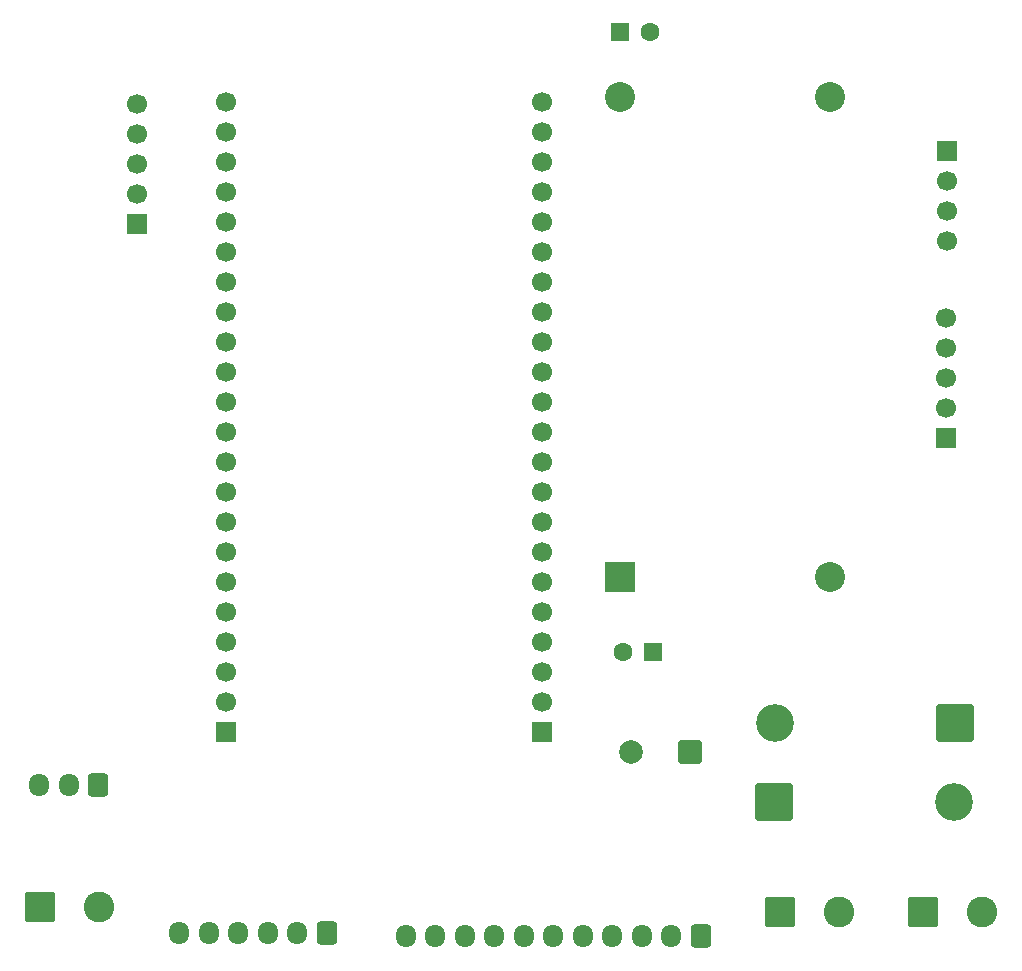
<source format=gbr>
%TF.GenerationSoftware,KiCad,Pcbnew,9.0.3*%
%TF.CreationDate,2025-12-20T12:47:06+07:00*%
%TF.ProjectId,shield,73686965-6c64-42e6-9b69-6361645f7063,rev?*%
%TF.SameCoordinates,Original*%
%TF.FileFunction,Soldermask,Bot*%
%TF.FilePolarity,Negative*%
%FSLAX46Y46*%
G04 Gerber Fmt 4.6, Leading zero omitted, Abs format (unit mm)*
G04 Created by KiCad (PCBNEW 9.0.3) date 2025-12-20 12:47:06*
%MOMM*%
%LPD*%
G01*
G04 APERTURE LIST*
G04 Aperture macros list*
%AMRoundRect*
0 Rectangle with rounded corners*
0 $1 Rounding radius*
0 $2 $3 $4 $5 $6 $7 $8 $9 X,Y pos of 4 corners*
0 Add a 4 corners polygon primitive as box body*
4,1,4,$2,$3,$4,$5,$6,$7,$8,$9,$2,$3,0*
0 Add four circle primitives for the rounded corners*
1,1,$1+$1,$2,$3*
1,1,$1+$1,$4,$5*
1,1,$1+$1,$6,$7*
1,1,$1+$1,$8,$9*
0 Add four rect primitives between the rounded corners*
20,1,$1+$1,$2,$3,$4,$5,0*
20,1,$1+$1,$4,$5,$6,$7,0*
20,1,$1+$1,$6,$7,$8,$9,0*
20,1,$1+$1,$8,$9,$2,$3,0*%
G04 Aperture macros list end*
%ADD10RoundRect,0.250000X-1.050000X-1.050000X1.050000X-1.050000X1.050000X1.050000X-1.050000X1.050000X0*%
%ADD11C,2.600000*%
%ADD12RoundRect,0.250000X1.350000X1.350000X-1.350000X1.350000X-1.350000X-1.350000X1.350000X-1.350000X0*%
%ADD13C,3.200000*%
%ADD14R,1.700000X1.700000*%
%ADD15C,1.700000*%
%ADD16RoundRect,0.250000X0.550000X0.550000X-0.550000X0.550000X-0.550000X-0.550000X0.550000X-0.550000X0*%
%ADD17C,1.600000*%
%ADD18RoundRect,0.250000X-1.350000X-1.350000X1.350000X-1.350000X1.350000X1.350000X-1.350000X1.350000X0*%
%ADD19RoundRect,0.250000X0.600000X0.725000X-0.600000X0.725000X-0.600000X-0.725000X0.600000X-0.725000X0*%
%ADD20O,1.700000X1.950000*%
%ADD21RoundRect,0.250000X-0.550000X-0.550000X0.550000X-0.550000X0.550000X0.550000X-0.550000X0.550000X0*%
%ADD22RoundRect,0.250000X0.750000X0.750000X-0.750000X0.750000X-0.750000X-0.750000X0.750000X-0.750000X0*%
%ADD23C,2.000000*%
%ADD24R,2.540000X2.540000*%
%ADD25C,2.540000*%
G04 APERTURE END LIST*
D10*
%TO.C,J4*%
X190768600Y-139389900D03*
D11*
X195768600Y-139389900D03*
%TD*%
D12*
%TO.C,D1*%
X193471800Y-123367800D03*
D13*
X178231800Y-123367800D03*
%TD*%
D14*
%TO.C,J8*%
X158496400Y-124135200D03*
D15*
X158496400Y-121595200D03*
X158496400Y-119055200D03*
X158496400Y-116515200D03*
X158496400Y-113975200D03*
X158496400Y-111435200D03*
X158496400Y-108895200D03*
X158496400Y-106355200D03*
X158496400Y-103815200D03*
X158496400Y-101275200D03*
X158496400Y-98735200D03*
X158496400Y-96195200D03*
X158496400Y-93655200D03*
X158496400Y-91115200D03*
X158496400Y-88575200D03*
X158496400Y-86035200D03*
X158496400Y-83495200D03*
X158496400Y-80955200D03*
X158496400Y-78415200D03*
X158496400Y-75875200D03*
X158496400Y-73335200D03*
X158496400Y-70795200D03*
%TD*%
D16*
%TO.C,C3*%
X167854513Y-117322600D03*
D17*
X165354513Y-117322600D03*
%TD*%
D18*
%TO.C,D2*%
X178130200Y-130022600D03*
D13*
X193370200Y-130022600D03*
%TD*%
D10*
%TO.C,J15*%
X178627400Y-139339100D03*
D11*
X183627400Y-139339100D03*
%TD*%
D19*
%TO.C,J13*%
X140285800Y-141088600D03*
D20*
X137785800Y-141088600D03*
X135285800Y-141088600D03*
X132785800Y-141088600D03*
X130285800Y-141088600D03*
X127785800Y-141088600D03*
%TD*%
D14*
%TO.C,J6*%
X192785600Y-74940000D03*
D15*
X192785600Y-77480000D03*
X192785600Y-80020000D03*
X192785600Y-82560000D03*
%TD*%
D14*
%TO.C,J5*%
X124231400Y-81076800D03*
D15*
X124231400Y-78536800D03*
X124231400Y-75996800D03*
X124231400Y-73456800D03*
X124231400Y-70916800D03*
%TD*%
D19*
%TO.C,J3*%
X120940200Y-128591800D03*
D20*
X118440200Y-128591800D03*
X115940200Y-128591800D03*
%TD*%
D10*
%TO.C,J14*%
X115965600Y-138907300D03*
D11*
X120965600Y-138907300D03*
%TD*%
D14*
%TO.C,J2*%
X192684800Y-99182400D03*
D15*
X192684800Y-96642400D03*
X192684800Y-94102400D03*
X192684800Y-91562400D03*
X192684800Y-89022400D03*
%TD*%
D14*
%TO.C,J9*%
X131726400Y-124135200D03*
D15*
X131726400Y-121595200D03*
X131726400Y-119055200D03*
X131726400Y-116515200D03*
X131726400Y-113975200D03*
X131726400Y-111435200D03*
X131726400Y-108895200D03*
X131726400Y-106355200D03*
X131726400Y-103815200D03*
X131726400Y-101275200D03*
X131726400Y-98735200D03*
X131726400Y-96195200D03*
X131726400Y-93655200D03*
X131726400Y-91115200D03*
X131726400Y-88575200D03*
X131726400Y-86035200D03*
X131726400Y-83495200D03*
X131726400Y-80955200D03*
X131726400Y-78415200D03*
X131726400Y-75875200D03*
X131726400Y-73335200D03*
X131726400Y-70795200D03*
%TD*%
D21*
%TO.C,C5*%
X165114088Y-64871600D03*
D17*
X167614088Y-64871600D03*
%TD*%
D19*
%TO.C,J1*%
X171937400Y-141410400D03*
D20*
X169437400Y-141410400D03*
X166937400Y-141410400D03*
X164437400Y-141410400D03*
X161937400Y-141410400D03*
X159437400Y-141410400D03*
X156937400Y-141410400D03*
X154437400Y-141410400D03*
X151937400Y-141410400D03*
X149437400Y-141410400D03*
X146937400Y-141410400D03*
%TD*%
D22*
%TO.C,C1*%
X171014400Y-125806200D03*
D23*
X166014400Y-125806200D03*
%TD*%
D24*
%TO.C,U1*%
X165100000Y-111023400D03*
D25*
X182880000Y-111023400D03*
X182880000Y-70383400D03*
X165100000Y-70383400D03*
%TD*%
M02*

</source>
